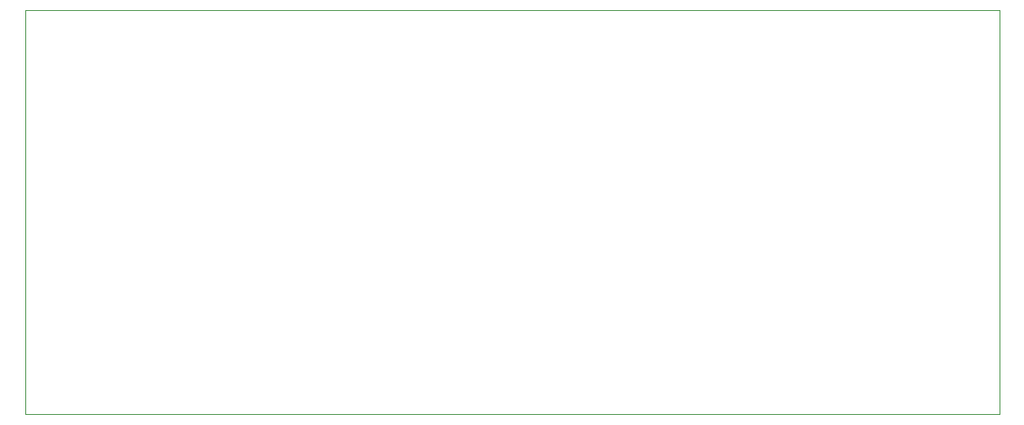
<source format=gbr>
%TF.GenerationSoftware,KiCad,Pcbnew,(5.1.9)-1*%
%TF.CreationDate,2021-11-24T00:24:37+00:00*%
%TF.ProjectId,4S parallel board,34532070-6172-4616-9c6c-656c20626f61,rev?*%
%TF.SameCoordinates,Original*%
%TF.FileFunction,Profile,NP*%
%FSLAX46Y46*%
G04 Gerber Fmt 4.6, Leading zero omitted, Abs format (unit mm)*
G04 Created by KiCad (PCBNEW (5.1.9)-1) date 2021-11-24 00:24:37*
%MOMM*%
%LPD*%
G01*
G04 APERTURE LIST*
%TA.AperFunction,Profile*%
%ADD10C,0.100000*%
%TD*%
G04 APERTURE END LIST*
D10*
X173990000Y-92710000D02*
X173990000Y-133350000D01*
X76200000Y-92710000D02*
X173990000Y-92710000D01*
X76200000Y-133350000D02*
X76200000Y-92710000D01*
X173990000Y-133350000D02*
X76200000Y-133350000D01*
M02*

</source>
